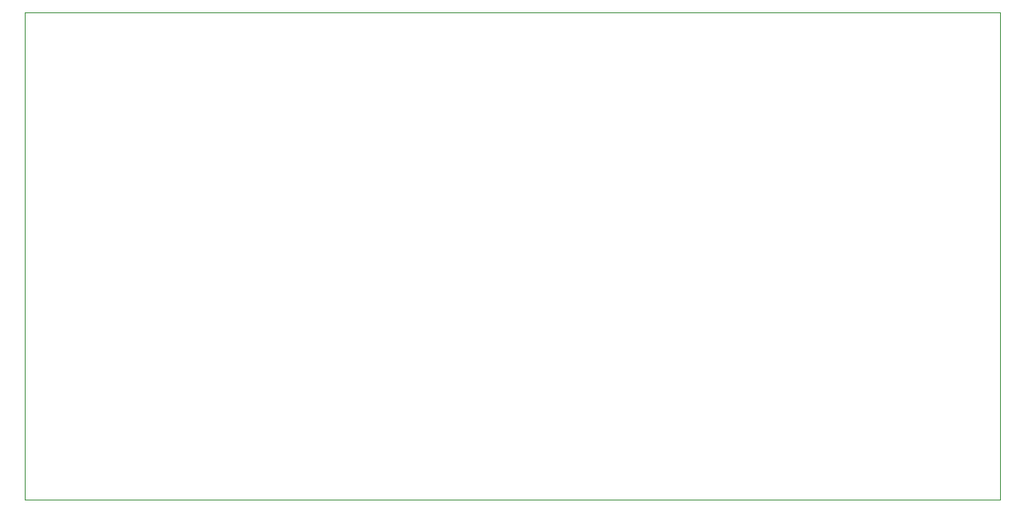
<source format=gbr>
%TF.GenerationSoftware,Altium Limited,Altium Designer,23.10.1 (27)*%
G04 Layer_Color=0*
%FSLAX45Y45*%
%MOMM*%
%TF.SameCoordinates,A038C99E-A49E-49FA-BA90-4B12FE75E0D5*%
%TF.FilePolarity,Positive*%
%TF.FileFunction,Profile,NP*%
%TF.Part,Single*%
G01*
G75*
%TA.AperFunction,Profile*%
%ADD38C,0.02540*%
D38*
X4500000Y7700000D02*
Y12700000D01*
X14500000D01*
Y7700000D01*
X4500000D01*
%TF.MD5,4821ba6b31d1b31989078dce8710c7e5*%
M02*

</source>
